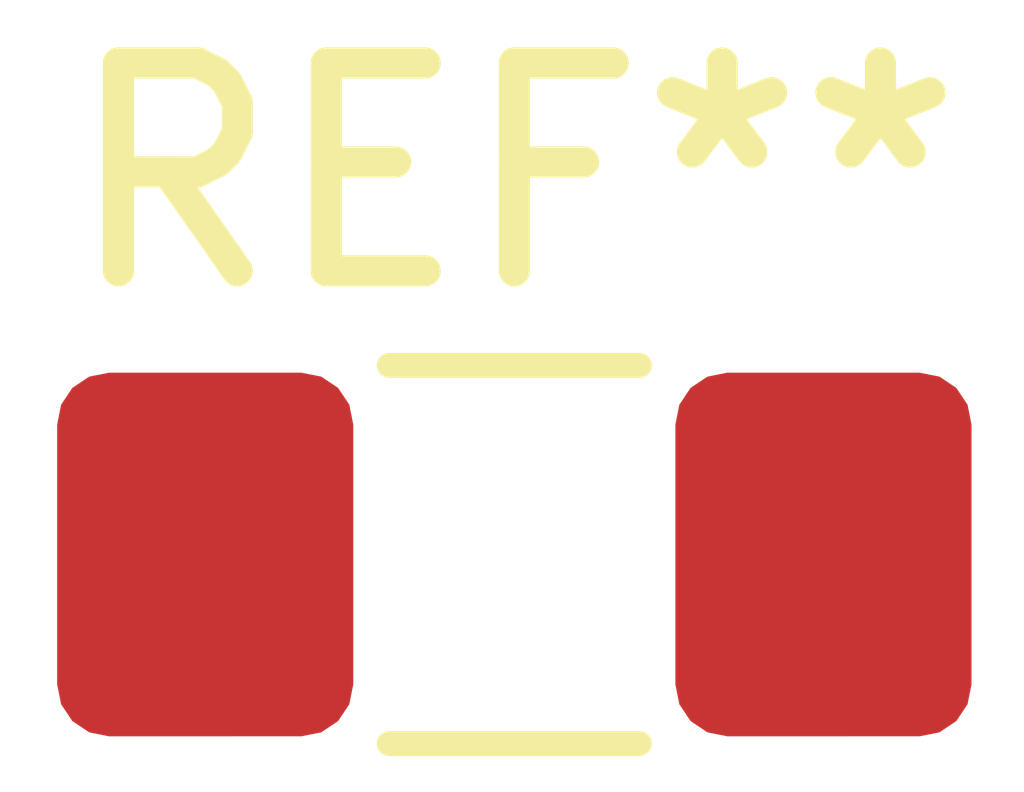
<source format=kicad_pcb>
(kicad_pcb (version 20171130) (host pcbnew 5.1.4-e60b266~84~ubuntu18.04.1)

  (general
    (thickness 1.6)
    (drawings 0)
    (tracks 0)
    (zones 0)
    (modules 1)
    (nets 1)
  )

  (page A4)
  (layers
    (0 Top signal)
    (31 Bottom signal)
    (34 B.Paste user)
    (35 F.Paste user)
    (36 B.SilkS user)
    (37 F.SilkS user)
    (38 B.Mask user)
    (39 F.Mask user)
    (40 Dwgs.User user)
    (41 Cmts.User user)
    (42 Eco1.User user)
    (43 Eco2.User user)
    (44 Edge.Cuts user)
    (45 Margin user)
    (46 B.CrtYd user)
    (47 F.CrtYd user)
  )

  (setup
    (last_trace_width 0.1524)
    (trace_clearance 0.1524)
    (zone_clearance 0.508)
    (zone_45_only no)
    (trace_min 0.1524)
    (via_size 0.508)
    (via_drill 0.254)
    (via_min_size 0.508)
    (via_min_drill 0.254)
    (uvia_size 0.508)
    (uvia_drill 0.254)
    (uvias_allowed no)
    (uvia_min_size 0.2)
    (uvia_min_drill 0.1)
    (edge_width 0.15)
    (segment_width 0.2)
    (pcb_text_width 0.3)
    (pcb_text_size 1.5 1.5)
    (mod_edge_width 0.15)
    (mod_text_size 1 1)
    (mod_text_width 0.15)
    (pad_size 1.524 1.524)
    (pad_drill 0.762)
    (pad_to_mask_clearance 0.0508)
    (aux_axis_origin 0 0)
    (visible_elements FFFFFF7F)
    (pcbplotparams
      (layerselection 0x010fc_ffffffff)
      (usegerberextensions false)
      (usegerberattributes false)
      (usegerberadvancedattributes false)
      (creategerberjobfile false)
      (excludeedgelayer true)
      (linewidth 0.100000)
      (plotframeref false)
      (viasonmask false)
      (mode 1)
      (useauxorigin false)
      (hpglpennumber 1)
      (hpglpenspeed 20)
      (hpglpendiameter 15.000000)
      (psnegative false)
      (psa4output false)
      (plotreference true)
      (plotvalue true)
      (plotinvisibletext false)
      (padsonsilk false)
      (subtractmaskfromsilk false)
      (outputformat 1)
      (mirror false)
      (drillshape 1)
      (scaleselection 1)
      (outputdirectory ""))
  )

  (net 0 "")

  (net_class Default "This is the default net class."
    (clearance 0.1524)
    (trace_width 0.1524)
    (via_dia 0.508)
    (via_drill 0.254)
    (uvia_dia 0.508)
    (uvia_drill 0.254)
    (diff_pair_width 0.1524)
    (diff_pair_gap 0.1524)
  )

  (module Capacitor_SMD:C_1206_3216Metric_Pad1.42x1.75mm_HandSolder (layer Top) (tedit 5B301BBE) (tstamp 5D593743)
    (at 142.875 105.41)
    (descr "Capacitor SMD 1206 (3216 Metric), square (rectangular) end terminal, IPC_7351 nominal with elongated pad for handsoldering. (Body size source: http://www.tortai-tech.com/upload/download/2011102023233369053.pdf), generated with kicad-footprint-generator")
    (tags "capacitor handsolder")
    (attr smd)
    (fp_text reference REF** (at 0 -1.82) (layer F.SilkS)
      (effects (font (size 1 1) (thickness 0.15)))
    )
    (fp_text value C_1206_3216Metric_Pad1.42x1.75mm_HandSolder (at 0 1.82) (layer F.Fab)
      (effects (font (size 1 1) (thickness 0.15)))
    )
    (fp_text user %R (at 0 0) (layer F.Fab)
      (effects (font (size 0.8 0.8) (thickness 0.12)))
    )
    (fp_line (start 2.45 1.12) (end -2.45 1.12) (layer F.CrtYd) (width 0.05))
    (fp_line (start 2.45 -1.12) (end 2.45 1.12) (layer F.CrtYd) (width 0.05))
    (fp_line (start -2.45 -1.12) (end 2.45 -1.12) (layer F.CrtYd) (width 0.05))
    (fp_line (start -2.45 1.12) (end -2.45 -1.12) (layer F.CrtYd) (width 0.05))
    (fp_line (start -0.602064 0.91) (end 0.602064 0.91) (layer F.SilkS) (width 0.12))
    (fp_line (start -0.602064 -0.91) (end 0.602064 -0.91) (layer F.SilkS) (width 0.12))
    (fp_line (start 1.6 0.8) (end -1.6 0.8) (layer F.Fab) (width 0.1))
    (fp_line (start 1.6 -0.8) (end 1.6 0.8) (layer F.Fab) (width 0.1))
    (fp_line (start -1.6 -0.8) (end 1.6 -0.8) (layer F.Fab) (width 0.1))
    (fp_line (start -1.6 0.8) (end -1.6 -0.8) (layer F.Fab) (width 0.1))
    (pad 2 smd roundrect (at 1.4875 0) (size 1.425 1.75) (layers Top F.Paste F.Mask) (roundrect_rratio 0.175439))
    (pad 1 smd roundrect (at -1.4875 0) (size 1.425 1.75) (layers Top F.Paste F.Mask) (roundrect_rratio 0.175439))
    (model ${KISYS3DMOD}/Capacitor_SMD.3dshapes/C_1206_3216Metric.wrl
      (at (xyz 0 0 0))
      (scale (xyz 1 1 1))
      (rotate (xyz 0 0 0))
    )
  )

)

</source>
